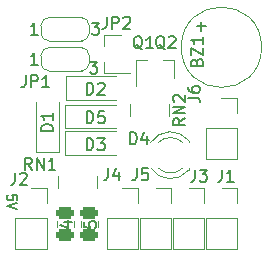
<source format=gto>
%TF.GenerationSoftware,KiCad,Pcbnew,6.0.6-1.fc35*%
%TF.CreationDate,2022-08-01T00:07:55+02:00*%
%TF.ProjectId,lm324_4ch_therm,6c6d3332-345f-4346-9368-5f746865726d,rev?*%
%TF.SameCoordinates,Original*%
%TF.FileFunction,Legend,Top*%
%TF.FilePolarity,Positive*%
%FSLAX46Y46*%
G04 Gerber Fmt 4.6, Leading zero omitted, Abs format (unit mm)*
G04 Created by KiCad (PCBNEW 6.0.6-1.fc35) date 2022-08-01 00:07:55*
%MOMM*%
%LPD*%
G01*
G04 APERTURE LIST*
G04 Aperture macros list*
%AMRoundRect*
0 Rectangle with rounded corners*
0 $1 Rounding radius*
0 $2 $3 $4 $5 $6 $7 $8 $9 X,Y pos of 4 corners*
0 Add a 4 corners polygon primitive as box body*
4,1,4,$2,$3,$4,$5,$6,$7,$8,$9,$2,$3,0*
0 Add four circle primitives for the rounded corners*
1,1,$1+$1,$2,$3*
1,1,$1+$1,$4,$5*
1,1,$1+$1,$6,$7*
1,1,$1+$1,$8,$9*
0 Add four rect primitives between the rounded corners*
20,1,$1+$1,$2,$3,$4,$5,0*
20,1,$1+$1,$4,$5,$6,$7,0*
20,1,$1+$1,$6,$7,$8,$9,0*
20,1,$1+$1,$8,$9,$2,$3,0*%
%AMFreePoly0*
4,1,22,0.550000,-0.750000,0.000000,-0.750000,0.000000,-0.745033,-0.079941,-0.743568,-0.215256,-0.701293,-0.333266,-0.622738,-0.424486,-0.514219,-0.481581,-0.384460,-0.499164,-0.250000,-0.500000,-0.250000,-0.500000,0.250000,-0.499164,0.250000,-0.499963,0.256109,-0.478152,0.396186,-0.417904,0.524511,-0.324060,0.630769,-0.204165,0.706417,-0.067858,0.745374,0.000000,0.744959,0.000000,0.750000,
0.550000,0.750000,0.550000,-0.750000,0.550000,-0.750000,$1*%
%AMFreePoly1*
4,1,20,0.000000,0.744959,0.073905,0.744508,0.209726,0.703889,0.328688,0.626782,0.421226,0.519385,0.479903,0.390333,0.500000,0.250000,0.500000,-0.250000,0.499851,-0.262216,0.476331,-0.402017,0.414519,-0.529596,0.319384,-0.634700,0.198574,-0.708877,0.061801,-0.746166,0.000000,-0.745033,0.000000,-0.750000,-0.550000,-0.750000,-0.550000,0.750000,0.000000,0.750000,0.000000,0.744959,
0.000000,0.744959,$1*%
G04 Aperture macros list end*
%ADD10C,0.130000*%
%ADD11C,0.150000*%
%ADD12C,0.120000*%
%ADD13R,1.700000X1.700000*%
%ADD14O,1.700000X1.700000*%
%ADD15R,1.800000X1.800000*%
%ADD16C,1.800000*%
%ADD17R,1.600000X1.600000*%
%ADD18C,1.600000*%
%ADD19R,1.700000X1.300000*%
%ADD20R,0.500000X0.800000*%
%ADD21R,0.400000X0.800000*%
%ADD22FreePoly0,0.000000*%
%ADD23R,1.000000X1.500000*%
%ADD24FreePoly1,0.000000*%
%ADD25C,5.600000*%
%ADD26R,0.900000X0.800000*%
%ADD27R,1.300000X1.700000*%
%ADD28RoundRect,0.250000X0.475000X-0.250000X0.475000X0.250000X-0.475000X0.250000X-0.475000X-0.250000X0*%
%ADD29R,0.800000X0.900000*%
G04 APERTURE END LIST*
D10*
X117532095Y-60934619D02*
X117532095Y-60553666D01*
X117151142Y-60515571D01*
X117189238Y-60553666D01*
X117227333Y-60629857D01*
X117227333Y-60820333D01*
X117189238Y-60896523D01*
X117151142Y-60934619D01*
X117074952Y-60972714D01*
X116884476Y-60972714D01*
X116808285Y-60934619D01*
X116770190Y-60896523D01*
X116732095Y-60820333D01*
X116732095Y-60629857D01*
X116770190Y-60553666D01*
X116808285Y-60515571D01*
X117532095Y-61201285D02*
X116732095Y-61467952D01*
X117532095Y-61734619D01*
D11*
%TO.C,J1*%
X134921666Y-58380380D02*
X134921666Y-59094666D01*
X134874047Y-59237523D01*
X134778809Y-59332761D01*
X134635952Y-59380380D01*
X134540714Y-59380380D01*
X135921666Y-59380380D02*
X135350238Y-59380380D01*
X135635952Y-59380380D02*
X135635952Y-58380380D01*
X135540714Y-58523238D01*
X135445476Y-58618476D01*
X135350238Y-58666095D01*
%TO.C,D4*%
X127150904Y-56205380D02*
X127150904Y-55205380D01*
X127389000Y-55205380D01*
X127531857Y-55253000D01*
X127627095Y-55348238D01*
X127674714Y-55443476D01*
X127722333Y-55633952D01*
X127722333Y-55776809D01*
X127674714Y-55967285D01*
X127627095Y-56062523D01*
X127531857Y-56157761D01*
X127389000Y-56205380D01*
X127150904Y-56205380D01*
X128579476Y-55538714D02*
X128579476Y-56205380D01*
X128341380Y-55157761D02*
X128103285Y-55872047D01*
X128722333Y-55872047D01*
%TO.C,J2*%
X117395666Y-58634380D02*
X117395666Y-59348666D01*
X117348047Y-59491523D01*
X117252809Y-59586761D01*
X117109952Y-59634380D01*
X117014714Y-59634380D01*
X117824238Y-58729619D02*
X117871857Y-58682000D01*
X117967095Y-58634380D01*
X118205190Y-58634380D01*
X118300428Y-58682000D01*
X118348047Y-58729619D01*
X118395666Y-58824857D01*
X118395666Y-58920095D01*
X118348047Y-59062952D01*
X117776619Y-59634380D01*
X118395666Y-59634380D01*
%TO.C,BZ1*%
X132770571Y-49267952D02*
X132818190Y-49125095D01*
X132865809Y-49077476D01*
X132961047Y-49029857D01*
X133103904Y-49029857D01*
X133199142Y-49077476D01*
X133246761Y-49125095D01*
X133294380Y-49220333D01*
X133294380Y-49601285D01*
X132294380Y-49601285D01*
X132294380Y-49267952D01*
X132342000Y-49172714D01*
X132389619Y-49125095D01*
X132484857Y-49077476D01*
X132580095Y-49077476D01*
X132675333Y-49125095D01*
X132722952Y-49172714D01*
X132770571Y-49267952D01*
X132770571Y-49601285D01*
X132294380Y-48696523D02*
X132294380Y-48029857D01*
X133294380Y-48696523D01*
X133294380Y-48029857D01*
X133294380Y-47125095D02*
X133294380Y-47696523D01*
X133294380Y-47410809D02*
X132294380Y-47410809D01*
X132437238Y-47506047D01*
X132532476Y-47601285D01*
X132580095Y-47696523D01*
X133167428Y-46608952D02*
X133167428Y-45847047D01*
X133548380Y-46228000D02*
X132786476Y-46228000D01*
%TO.C,D1*%
X120594380Y-55094095D02*
X119594380Y-55094095D01*
X119594380Y-54856000D01*
X119642000Y-54713142D01*
X119737238Y-54617904D01*
X119832476Y-54570285D01*
X120022952Y-54522666D01*
X120165809Y-54522666D01*
X120356285Y-54570285D01*
X120451523Y-54617904D01*
X120546761Y-54713142D01*
X120594380Y-54856000D01*
X120594380Y-55094095D01*
X120594380Y-53570285D02*
X120594380Y-54141714D01*
X120594380Y-53856000D02*
X119594380Y-53856000D01*
X119737238Y-53951238D01*
X119832476Y-54046476D01*
X119880095Y-54141714D01*
%TO.C,RN2*%
X131770380Y-54030476D02*
X131294190Y-54363809D01*
X131770380Y-54601904D02*
X130770380Y-54601904D01*
X130770380Y-54220952D01*
X130818000Y-54125714D01*
X130865619Y-54078095D01*
X130960857Y-54030476D01*
X131103714Y-54030476D01*
X131198952Y-54078095D01*
X131246571Y-54125714D01*
X131294190Y-54220952D01*
X131294190Y-54601904D01*
X131770380Y-53601904D02*
X130770380Y-53601904D01*
X131770380Y-53030476D01*
X130770380Y-53030476D01*
X130865619Y-52601904D02*
X130818000Y-52554285D01*
X130770380Y-52459047D01*
X130770380Y-52220952D01*
X130818000Y-52125714D01*
X130865619Y-52078095D01*
X130960857Y-52030476D01*
X131056095Y-52030476D01*
X131198952Y-52078095D01*
X131770380Y-52649523D01*
X131770380Y-52030476D01*
%TO.C,RN1*%
X118816523Y-58364380D02*
X118483190Y-57888190D01*
X118245095Y-58364380D02*
X118245095Y-57364380D01*
X118626047Y-57364380D01*
X118721285Y-57412000D01*
X118768904Y-57459619D01*
X118816523Y-57554857D01*
X118816523Y-57697714D01*
X118768904Y-57792952D01*
X118721285Y-57840571D01*
X118626047Y-57888190D01*
X118245095Y-57888190D01*
X119245095Y-58364380D02*
X119245095Y-57364380D01*
X119816523Y-58364380D01*
X119816523Y-57364380D01*
X120816523Y-58364380D02*
X120245095Y-58364380D01*
X120530809Y-58364380D02*
X120530809Y-57364380D01*
X120435571Y-57507238D01*
X120340333Y-57602476D01*
X120245095Y-57650095D01*
%TO.C,JP2*%
X125150666Y-45426380D02*
X125150666Y-46140666D01*
X125103047Y-46283523D01*
X125007809Y-46378761D01*
X124864952Y-46426380D01*
X124769714Y-46426380D01*
X125626857Y-46426380D02*
X125626857Y-45426380D01*
X126007809Y-45426380D01*
X126103047Y-45474000D01*
X126150666Y-45521619D01*
X126198285Y-45616857D01*
X126198285Y-45759714D01*
X126150666Y-45854952D01*
X126103047Y-45902571D01*
X126007809Y-45950190D01*
X125626857Y-45950190D01*
X126579238Y-45521619D02*
X126626857Y-45474000D01*
X126722095Y-45426380D01*
X126960190Y-45426380D01*
X127055428Y-45474000D01*
X127103047Y-45521619D01*
X127150666Y-45616857D01*
X127150666Y-45712095D01*
X127103047Y-45854952D01*
X126531619Y-46426380D01*
X127150666Y-46426380D01*
X119321714Y-46934380D02*
X118750285Y-46934380D01*
X119036000Y-46934380D02*
X119036000Y-45934380D01*
X118940761Y-46077238D01*
X118845523Y-46172476D01*
X118750285Y-46220095D01*
X123902666Y-45934380D02*
X124521714Y-45934380D01*
X124188380Y-46315333D01*
X124331238Y-46315333D01*
X124426476Y-46362952D01*
X124474095Y-46410571D01*
X124521714Y-46505809D01*
X124521714Y-46743904D01*
X124474095Y-46839142D01*
X124426476Y-46886761D01*
X124331238Y-46934380D01*
X124045523Y-46934380D01*
X123950285Y-46886761D01*
X123902666Y-46839142D01*
%TO.C,J5*%
X127682666Y-58253380D02*
X127682666Y-58967666D01*
X127635047Y-59110523D01*
X127539809Y-59205761D01*
X127396952Y-59253380D01*
X127301714Y-59253380D01*
X128635047Y-58253380D02*
X128158857Y-58253380D01*
X128111238Y-58729571D01*
X128158857Y-58681952D01*
X128254095Y-58634333D01*
X128492190Y-58634333D01*
X128587428Y-58681952D01*
X128635047Y-58729571D01*
X128682666Y-58824809D01*
X128682666Y-59062904D01*
X128635047Y-59158142D01*
X128587428Y-59205761D01*
X128492190Y-59253380D01*
X128254095Y-59253380D01*
X128158857Y-59205761D01*
X128111238Y-59158142D01*
%TO.C,J4*%
X125269666Y-58253380D02*
X125269666Y-58967666D01*
X125222047Y-59110523D01*
X125126809Y-59205761D01*
X124983952Y-59253380D01*
X124888714Y-59253380D01*
X126174428Y-58586714D02*
X126174428Y-59253380D01*
X125936333Y-58205761D02*
X125698238Y-58920047D01*
X126317285Y-58920047D01*
%TO.C,Q1*%
X128174761Y-48172619D02*
X128079523Y-48125000D01*
X127984285Y-48029761D01*
X127841428Y-47886904D01*
X127746190Y-47839285D01*
X127650952Y-47839285D01*
X127698571Y-48077380D02*
X127603333Y-48029761D01*
X127508095Y-47934523D01*
X127460476Y-47744047D01*
X127460476Y-47410714D01*
X127508095Y-47220238D01*
X127603333Y-47125000D01*
X127698571Y-47077380D01*
X127889047Y-47077380D01*
X127984285Y-47125000D01*
X128079523Y-47220238D01*
X128127142Y-47410714D01*
X128127142Y-47744047D01*
X128079523Y-47934523D01*
X127984285Y-48029761D01*
X127889047Y-48077380D01*
X127698571Y-48077380D01*
X129079523Y-48077380D02*
X128508095Y-48077380D01*
X128793809Y-48077380D02*
X128793809Y-47077380D01*
X128698571Y-47220238D01*
X128603333Y-47315476D01*
X128508095Y-47363095D01*
%TO.C,D3*%
X123467904Y-56713380D02*
X123467904Y-55713380D01*
X123706000Y-55713380D01*
X123848857Y-55761000D01*
X123944095Y-55856238D01*
X123991714Y-55951476D01*
X124039333Y-56141952D01*
X124039333Y-56284809D01*
X123991714Y-56475285D01*
X123944095Y-56570523D01*
X123848857Y-56665761D01*
X123706000Y-56713380D01*
X123467904Y-56713380D01*
X124372666Y-55713380D02*
X124991714Y-55713380D01*
X124658380Y-56094333D01*
X124801238Y-56094333D01*
X124896476Y-56141952D01*
X124944095Y-56189571D01*
X124991714Y-56284809D01*
X124991714Y-56522904D01*
X124944095Y-56618142D01*
X124896476Y-56665761D01*
X124801238Y-56713380D01*
X124515523Y-56713380D01*
X124420285Y-56665761D01*
X124372666Y-56618142D01*
%TO.C,C4*%
X122150142Y-63666666D02*
X122197761Y-63714285D01*
X122245380Y-63857142D01*
X122245380Y-63952380D01*
X122197761Y-64095238D01*
X122102523Y-64190476D01*
X122007285Y-64238095D01*
X121816809Y-64285714D01*
X121673952Y-64285714D01*
X121483476Y-64238095D01*
X121388238Y-64190476D01*
X121293000Y-64095238D01*
X121245380Y-63952380D01*
X121245380Y-63857142D01*
X121293000Y-63714285D01*
X121340619Y-63666666D01*
X121578714Y-62809523D02*
X122245380Y-62809523D01*
X121197761Y-63047619D02*
X121912047Y-63285714D01*
X121912047Y-62666666D01*
%TO.C,J3*%
X132635666Y-58380380D02*
X132635666Y-59094666D01*
X132588047Y-59237523D01*
X132492809Y-59332761D01*
X132349952Y-59380380D01*
X132254714Y-59380380D01*
X133016619Y-58380380D02*
X133635666Y-58380380D01*
X133302333Y-58761333D01*
X133445190Y-58761333D01*
X133540428Y-58808952D01*
X133588047Y-58856571D01*
X133635666Y-58951809D01*
X133635666Y-59189904D01*
X133588047Y-59285142D01*
X133540428Y-59332761D01*
X133445190Y-59380380D01*
X133159476Y-59380380D01*
X133064238Y-59332761D01*
X133016619Y-59285142D01*
%TO.C,D5*%
X123467904Y-54427380D02*
X123467904Y-53427380D01*
X123706000Y-53427380D01*
X123848857Y-53475000D01*
X123944095Y-53570238D01*
X123991714Y-53665476D01*
X124039333Y-53855952D01*
X124039333Y-53998809D01*
X123991714Y-54189285D01*
X123944095Y-54284523D01*
X123848857Y-54379761D01*
X123706000Y-54427380D01*
X123467904Y-54427380D01*
X124944095Y-53427380D02*
X124467904Y-53427380D01*
X124420285Y-53903571D01*
X124467904Y-53855952D01*
X124563142Y-53808333D01*
X124801238Y-53808333D01*
X124896476Y-53855952D01*
X124944095Y-53903571D01*
X124991714Y-53998809D01*
X124991714Y-54236904D01*
X124944095Y-54332142D01*
X124896476Y-54379761D01*
X124801238Y-54427380D01*
X124563142Y-54427380D01*
X124467904Y-54379761D01*
X124420285Y-54332142D01*
%TO.C,Q2*%
X130079761Y-48172619D02*
X129984523Y-48125000D01*
X129889285Y-48029761D01*
X129746428Y-47886904D01*
X129651190Y-47839285D01*
X129555952Y-47839285D01*
X129603571Y-48077380D02*
X129508333Y-48029761D01*
X129413095Y-47934523D01*
X129365476Y-47744047D01*
X129365476Y-47410714D01*
X129413095Y-47220238D01*
X129508333Y-47125000D01*
X129603571Y-47077380D01*
X129794047Y-47077380D01*
X129889285Y-47125000D01*
X129984523Y-47220238D01*
X130032142Y-47410714D01*
X130032142Y-47744047D01*
X129984523Y-47934523D01*
X129889285Y-48029761D01*
X129794047Y-48077380D01*
X129603571Y-48077380D01*
X130413095Y-47172619D02*
X130460714Y-47125000D01*
X130555952Y-47077380D01*
X130794047Y-47077380D01*
X130889285Y-47125000D01*
X130936904Y-47172619D01*
X130984523Y-47267857D01*
X130984523Y-47363095D01*
X130936904Y-47505952D01*
X130365476Y-48077380D01*
X130984523Y-48077380D01*
%TO.C,JP1*%
X118292666Y-50379380D02*
X118292666Y-51093666D01*
X118245047Y-51236523D01*
X118149809Y-51331761D01*
X118006952Y-51379380D01*
X117911714Y-51379380D01*
X118768857Y-51379380D02*
X118768857Y-50379380D01*
X119149809Y-50379380D01*
X119245047Y-50427000D01*
X119292666Y-50474619D01*
X119340285Y-50569857D01*
X119340285Y-50712714D01*
X119292666Y-50807952D01*
X119245047Y-50855571D01*
X119149809Y-50903190D01*
X118768857Y-50903190D01*
X120292666Y-51379380D02*
X119721238Y-51379380D01*
X120006952Y-51379380D02*
X120006952Y-50379380D01*
X119911714Y-50522238D01*
X119816476Y-50617476D01*
X119721238Y-50665095D01*
X123745666Y-49236380D02*
X124364714Y-49236380D01*
X124031380Y-49617333D01*
X124174238Y-49617333D01*
X124269476Y-49664952D01*
X124317095Y-49712571D01*
X124364714Y-49807809D01*
X124364714Y-50045904D01*
X124317095Y-50141142D01*
X124269476Y-50188761D01*
X124174238Y-50236380D01*
X123888523Y-50236380D01*
X123793285Y-50188761D01*
X123745666Y-50141142D01*
X119321714Y-49474380D02*
X118750285Y-49474380D01*
X119036000Y-49474380D02*
X119036000Y-48474380D01*
X118940761Y-48617238D01*
X118845523Y-48712476D01*
X118750285Y-48760095D01*
%TO.C,D2*%
X123467904Y-52014380D02*
X123467904Y-51014380D01*
X123706000Y-51014380D01*
X123848857Y-51062000D01*
X123944095Y-51157238D01*
X123991714Y-51252476D01*
X124039333Y-51442952D01*
X124039333Y-51585809D01*
X123991714Y-51776285D01*
X123944095Y-51871523D01*
X123848857Y-51966761D01*
X123706000Y-52014380D01*
X123467904Y-52014380D01*
X124420285Y-51109619D02*
X124467904Y-51062000D01*
X124563142Y-51014380D01*
X124801238Y-51014380D01*
X124896476Y-51062000D01*
X124944095Y-51109619D01*
X124991714Y-51204857D01*
X124991714Y-51300095D01*
X124944095Y-51442952D01*
X124372666Y-52014380D01*
X124991714Y-52014380D01*
%TO.C,C5*%
X124182142Y-63666666D02*
X124229761Y-63714285D01*
X124277380Y-63857142D01*
X124277380Y-63952380D01*
X124229761Y-64095238D01*
X124134523Y-64190476D01*
X124039285Y-64238095D01*
X123848809Y-64285714D01*
X123705952Y-64285714D01*
X123515476Y-64238095D01*
X123420238Y-64190476D01*
X123325000Y-64095238D01*
X123277380Y-63952380D01*
X123277380Y-63857142D01*
X123325000Y-63714285D01*
X123372619Y-63666666D01*
X123277380Y-62761904D02*
X123277380Y-63238095D01*
X123753571Y-63285714D01*
X123705952Y-63238095D01*
X123658333Y-63142857D01*
X123658333Y-62904761D01*
X123705952Y-62809523D01*
X123753571Y-62761904D01*
X123848809Y-62714285D01*
X124086904Y-62714285D01*
X124182142Y-62761904D01*
X124229761Y-62809523D01*
X124277380Y-62904761D01*
X124277380Y-63142857D01*
X124229761Y-63238095D01*
X124182142Y-63285714D01*
%TO.C,J6*%
X132040380Y-52276333D02*
X132754666Y-52276333D01*
X132897523Y-52323952D01*
X132992761Y-52419190D01*
X133040380Y-52562047D01*
X133040380Y-52657285D01*
X132040380Y-51371571D02*
X132040380Y-51562047D01*
X132088000Y-51657285D01*
X132135619Y-51704904D01*
X132278476Y-51800142D01*
X132468952Y-51847761D01*
X132849904Y-51847761D01*
X132945142Y-51800142D01*
X132992761Y-51752523D01*
X133040380Y-51657285D01*
X133040380Y-51466809D01*
X132992761Y-51371571D01*
X132945142Y-51323952D01*
X132849904Y-51276333D01*
X132611809Y-51276333D01*
X132516571Y-51323952D01*
X132468952Y-51371571D01*
X132421333Y-51466809D01*
X132421333Y-51657285D01*
X132468952Y-51752523D01*
X132516571Y-51800142D01*
X132611809Y-51847761D01*
D12*
%TO.C,J1*%
X133569000Y-62504000D02*
X136229000Y-62504000D01*
X133569000Y-65104000D02*
X136229000Y-65104000D01*
X134899000Y-59904000D02*
X136229000Y-59904000D01*
X136229000Y-62504000D02*
X136229000Y-65104000D01*
X136229000Y-59904000D02*
X136229000Y-61234000D01*
X133569000Y-62504000D02*
X133569000Y-65104000D01*
%TO.C,D4*%
X132116000Y-58386000D02*
X132116000Y-58230000D01*
X132116000Y-56070000D02*
X132116000Y-55914000D01*
X129514870Y-58229837D02*
G75*
G03*
X131596961Y-58230000I1041130J1079837D01*
G01*
X131596961Y-56070000D02*
G75*
G03*
X129514870Y-56070163I-1040961J-1080000D01*
G01*
X132116000Y-55914484D02*
G75*
G03*
X128883665Y-56071392I-1560000J-1235516D01*
G01*
X128883665Y-58228608D02*
G75*
G03*
X132116000Y-58385516I1672335J1078608D01*
G01*
%TO.C,J2*%
X120075000Y-62484000D02*
X120075000Y-65084000D01*
X117415000Y-62484000D02*
X120075000Y-62484000D01*
X117415000Y-62484000D02*
X117415000Y-65084000D01*
X117415000Y-65084000D02*
X120075000Y-65084000D01*
X120075000Y-59884000D02*
X120075000Y-61214000D01*
X118745000Y-59884000D02*
X120075000Y-59884000D01*
%TO.C,BZ1*%
X138274000Y-48006000D02*
G75*
G03*
X138274000Y-48006000I-3400000J0D01*
G01*
%TO.C,D1*%
X119142000Y-52606000D02*
X119142000Y-56906000D01*
X119142000Y-56906000D02*
X121142000Y-56906000D01*
X121142000Y-56906000D02*
X121142000Y-52606000D01*
%TO.C,RN2*%
X130458000Y-53840000D02*
X130458000Y-52840000D01*
X127098000Y-53840000D02*
X127098000Y-52840000D01*
%TO.C,RN1*%
X124362000Y-58936000D02*
X124362000Y-59936000D01*
X121002000Y-58936000D02*
X121002000Y-59936000D01*
%TO.C,JP2*%
X120236000Y-45482000D02*
X123036000Y-45482000D01*
X119586000Y-46782000D02*
X119586000Y-46182000D01*
X123036000Y-47482000D02*
X120236000Y-47482000D01*
X123686000Y-46182000D02*
X123686000Y-46782000D01*
X122986000Y-47482000D02*
G75*
G03*
X123686000Y-46782000I0J700000D01*
G01*
X123686000Y-46182000D02*
G75*
G03*
X122986000Y-45482000I-700000J0D01*
G01*
X120286000Y-45482000D02*
G75*
G03*
X119586000Y-46182000I-1J-699999D01*
G01*
X119586000Y-46782000D02*
G75*
G03*
X120286000Y-47482000I699999J-1D01*
G01*
%TO.C,J5*%
X127981000Y-65104000D02*
X130641000Y-65104000D01*
X130641000Y-59904000D02*
X130641000Y-61234000D01*
X127981000Y-62504000D02*
X127981000Y-65104000D01*
X127981000Y-62504000D02*
X130641000Y-62504000D01*
X129311000Y-59904000D02*
X130641000Y-59904000D01*
X130641000Y-62504000D02*
X130641000Y-65104000D01*
%TO.C,J4*%
X127822000Y-62484000D02*
X127822000Y-65084000D01*
X127822000Y-59884000D02*
X127822000Y-61214000D01*
X125162000Y-65084000D02*
X127822000Y-65084000D01*
X125162000Y-62484000D02*
X127822000Y-62484000D01*
X126492000Y-59884000D02*
X127822000Y-59884000D01*
X125162000Y-62484000D02*
X125162000Y-65084000D01*
%TO.C,Q1*%
X124945000Y-50144000D02*
X127105000Y-50144000D01*
X124945000Y-50144000D02*
X124945000Y-49214000D01*
X124945000Y-46984000D02*
X126405000Y-46984000D01*
X124945000Y-46984000D02*
X124945000Y-47914000D01*
%TO.C,D3*%
X121656000Y-55134000D02*
X121656000Y-57134000D01*
X121656000Y-57134000D02*
X125956000Y-57134000D01*
X125956000Y-55134000D02*
X121656000Y-55134000D01*
%TO.C,C4*%
X122401000Y-63253252D02*
X122401000Y-62730748D01*
X120931000Y-63253252D02*
X120931000Y-62730748D01*
%TO.C,J3*%
X133435000Y-59904000D02*
X133435000Y-61234000D01*
X130775000Y-62504000D02*
X133435000Y-62504000D01*
X130775000Y-65104000D02*
X133435000Y-65104000D01*
X132105000Y-59904000D02*
X133435000Y-59904000D01*
X130775000Y-62504000D02*
X130775000Y-65104000D01*
X133435000Y-62504000D02*
X133435000Y-65104000D01*
%TO.C,D5*%
X121656000Y-54873400D02*
X125956000Y-54873400D01*
X121656000Y-52873400D02*
X121656000Y-54873400D01*
X125956000Y-52873400D02*
X121656000Y-52873400D01*
%TO.C,Q2*%
X127656000Y-49126000D02*
X128586000Y-49126000D01*
X130816000Y-49126000D02*
X130816000Y-50586000D01*
X127656000Y-49126000D02*
X127656000Y-51286000D01*
X130816000Y-49126000D02*
X129886000Y-49126000D01*
%TO.C,JP1*%
X123686000Y-48722000D02*
X123686000Y-49322000D01*
X123036000Y-50022000D02*
X120236000Y-50022000D01*
X119586000Y-49322000D02*
X119586000Y-48722000D01*
X120236000Y-48022000D02*
X123036000Y-48022000D01*
X123686000Y-48722000D02*
G75*
G03*
X122986000Y-48022000I-700000J0D01*
G01*
X122986000Y-50022000D02*
G75*
G03*
X123686000Y-49322000I0J700000D01*
G01*
X119586000Y-49322000D02*
G75*
G03*
X120286000Y-50022000I699999J-1D01*
G01*
X120286000Y-48022000D02*
G75*
G03*
X119586000Y-48722000I-1J-699999D01*
G01*
%TO.C,D2*%
X125981400Y-50460400D02*
X121681400Y-50460400D01*
X121681400Y-50460400D02*
X121681400Y-52460400D01*
X121681400Y-52460400D02*
X125981400Y-52460400D01*
%TO.C,C5*%
X124433000Y-63253252D02*
X124433000Y-62730748D01*
X122963000Y-63253252D02*
X122963000Y-62730748D01*
%TO.C,J6*%
X133544000Y-54864000D02*
X133544000Y-57464000D01*
X133544000Y-57464000D02*
X136204000Y-57464000D01*
X133544000Y-54864000D02*
X136204000Y-54864000D01*
X136204000Y-54864000D02*
X136204000Y-57464000D01*
X134874000Y-52264000D02*
X136204000Y-52264000D01*
X136204000Y-52264000D02*
X136204000Y-53594000D01*
%TD*%
%LPC*%
D13*
%TO.C,J1*%
X134899000Y-61234000D03*
D14*
X134899000Y-63774000D03*
%TD*%
D15*
%TO.C,D4*%
X131826000Y-57150000D03*
D16*
X129286000Y-57150000D03*
%TD*%
D13*
%TO.C,J2*%
X118745000Y-61214000D03*
D14*
X118745000Y-63754000D03*
%TD*%
D17*
%TO.C,BZ1*%
X134874000Y-46406000D03*
D18*
X134874000Y-49606000D03*
%TD*%
D19*
%TO.C,D1*%
X120142000Y-56106000D03*
X120142000Y-52606000D03*
%TD*%
D20*
%TO.C,RN2*%
X129978000Y-52440000D03*
D21*
X129178000Y-52440000D03*
X128378000Y-52440000D03*
D20*
X127578000Y-52440000D03*
X127578000Y-54240000D03*
D21*
X128378000Y-54240000D03*
X129178000Y-54240000D03*
D20*
X129978000Y-54240000D03*
%TD*%
%TO.C,RN1*%
X121482000Y-60336000D03*
D21*
X122282000Y-60336000D03*
X123082000Y-60336000D03*
D20*
X123882000Y-60336000D03*
X123882000Y-58536000D03*
D21*
X123082000Y-58536000D03*
X122282000Y-58536000D03*
D20*
X121482000Y-58536000D03*
%TD*%
D22*
%TO.C,JP2*%
X120336000Y-46482000D03*
D23*
X121636000Y-46482000D03*
D24*
X122936000Y-46482000D03*
%TD*%
D25*
%TO.C,REF2*%
X115697000Y-48133000D03*
%TD*%
D13*
%TO.C,J5*%
X129311000Y-61234000D03*
D14*
X129311000Y-63774000D03*
%TD*%
D13*
%TO.C,J4*%
X126492000Y-61214000D03*
D14*
X126492000Y-63754000D03*
%TD*%
D26*
%TO.C,Q1*%
X126705000Y-49514000D03*
X126705000Y-47614000D03*
X124705000Y-48564000D03*
%TD*%
D27*
%TO.C,D3*%
X122456000Y-56134000D03*
X125956000Y-56134000D03*
%TD*%
D28*
%TO.C,C4*%
X121666000Y-63942000D03*
X121666000Y-62042000D03*
%TD*%
D13*
%TO.C,J3*%
X132105000Y-61234000D03*
D14*
X132105000Y-63774000D03*
%TD*%
D27*
%TO.C,D5*%
X122456000Y-53873400D03*
X125956000Y-53873400D03*
%TD*%
D29*
%TO.C,Q2*%
X128286000Y-50886000D03*
X130186000Y-50886000D03*
X129236000Y-48886000D03*
%TD*%
D22*
%TO.C,JP1*%
X120336000Y-49022000D03*
D23*
X121636000Y-49022000D03*
D24*
X122936000Y-49022000D03*
%TD*%
D27*
%TO.C,D2*%
X122481400Y-51460400D03*
X125981400Y-51460400D03*
%TD*%
D28*
%TO.C,C5*%
X123698000Y-63942000D03*
X123698000Y-62042000D03*
%TD*%
D13*
%TO.C,J6*%
X134874000Y-53594000D03*
D14*
X134874000Y-56134000D03*
%TD*%
M02*

</source>
